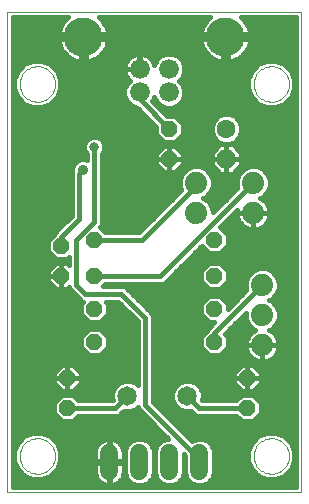
<source format=gbl>
G75*
%MOIN*%
%OFA0B0*%
%FSLAX24Y24*%
%IPPOS*%
%LPD*%
%AMOC8*
5,1,8,0,0,1.08239X$1,22.5*
%
%ADD10C,0.0000*%
%ADD11C,0.0650*%
%ADD12OC8,0.0520*%
%ADD13C,0.0740*%
%ADD14OC8,0.0630*%
%ADD15C,0.0630*%
%ADD16C,0.0600*%
%ADD17C,0.0660*%
%ADD18C,0.1300*%
%ADD19C,0.0160*%
%ADD20C,0.0356*%
%ADD21C,0.0317*%
D10*
X000280Y000280D02*
X000280Y016280D01*
X010080Y016280D01*
X010080Y000280D01*
X000280Y000280D01*
X000689Y001480D02*
X000691Y001528D01*
X000697Y001576D01*
X000707Y001623D01*
X000720Y001669D01*
X000738Y001714D01*
X000758Y001758D01*
X000783Y001800D01*
X000811Y001839D01*
X000841Y001876D01*
X000875Y001910D01*
X000912Y001942D01*
X000950Y001971D01*
X000991Y001996D01*
X001034Y002018D01*
X001079Y002036D01*
X001125Y002050D01*
X001172Y002061D01*
X001220Y002068D01*
X001268Y002071D01*
X001316Y002070D01*
X001364Y002065D01*
X001412Y002056D01*
X001458Y002044D01*
X001503Y002027D01*
X001547Y002007D01*
X001589Y001984D01*
X001629Y001957D01*
X001667Y001927D01*
X001702Y001894D01*
X001734Y001858D01*
X001764Y001820D01*
X001790Y001779D01*
X001812Y001736D01*
X001832Y001692D01*
X001847Y001647D01*
X001859Y001600D01*
X001867Y001552D01*
X001871Y001504D01*
X001871Y001456D01*
X001867Y001408D01*
X001859Y001360D01*
X001847Y001313D01*
X001832Y001268D01*
X001812Y001224D01*
X001790Y001181D01*
X001764Y001140D01*
X001734Y001102D01*
X001702Y001066D01*
X001667Y001033D01*
X001629Y001003D01*
X001589Y000976D01*
X001547Y000953D01*
X001503Y000933D01*
X001458Y000916D01*
X001412Y000904D01*
X001364Y000895D01*
X001316Y000890D01*
X001268Y000889D01*
X001220Y000892D01*
X001172Y000899D01*
X001125Y000910D01*
X001079Y000924D01*
X001034Y000942D01*
X000991Y000964D01*
X000950Y000989D01*
X000912Y001018D01*
X000875Y001050D01*
X000841Y001084D01*
X000811Y001121D01*
X000783Y001160D01*
X000758Y001202D01*
X000738Y001246D01*
X000720Y001291D01*
X000707Y001337D01*
X000697Y001384D01*
X000691Y001432D01*
X000689Y001480D01*
X000689Y013880D02*
X000691Y013928D01*
X000697Y013976D01*
X000707Y014023D01*
X000720Y014069D01*
X000738Y014114D01*
X000758Y014158D01*
X000783Y014200D01*
X000811Y014239D01*
X000841Y014276D01*
X000875Y014310D01*
X000912Y014342D01*
X000950Y014371D01*
X000991Y014396D01*
X001034Y014418D01*
X001079Y014436D01*
X001125Y014450D01*
X001172Y014461D01*
X001220Y014468D01*
X001268Y014471D01*
X001316Y014470D01*
X001364Y014465D01*
X001412Y014456D01*
X001458Y014444D01*
X001503Y014427D01*
X001547Y014407D01*
X001589Y014384D01*
X001629Y014357D01*
X001667Y014327D01*
X001702Y014294D01*
X001734Y014258D01*
X001764Y014220D01*
X001790Y014179D01*
X001812Y014136D01*
X001832Y014092D01*
X001847Y014047D01*
X001859Y014000D01*
X001867Y013952D01*
X001871Y013904D01*
X001871Y013856D01*
X001867Y013808D01*
X001859Y013760D01*
X001847Y013713D01*
X001832Y013668D01*
X001812Y013624D01*
X001790Y013581D01*
X001764Y013540D01*
X001734Y013502D01*
X001702Y013466D01*
X001667Y013433D01*
X001629Y013403D01*
X001589Y013376D01*
X001547Y013353D01*
X001503Y013333D01*
X001458Y013316D01*
X001412Y013304D01*
X001364Y013295D01*
X001316Y013290D01*
X001268Y013289D01*
X001220Y013292D01*
X001172Y013299D01*
X001125Y013310D01*
X001079Y013324D01*
X001034Y013342D01*
X000991Y013364D01*
X000950Y013389D01*
X000912Y013418D01*
X000875Y013450D01*
X000841Y013484D01*
X000811Y013521D01*
X000783Y013560D01*
X000758Y013602D01*
X000738Y013646D01*
X000720Y013691D01*
X000707Y013737D01*
X000697Y013784D01*
X000691Y013832D01*
X000689Y013880D01*
X008489Y013880D02*
X008491Y013928D01*
X008497Y013976D01*
X008507Y014023D01*
X008520Y014069D01*
X008538Y014114D01*
X008558Y014158D01*
X008583Y014200D01*
X008611Y014239D01*
X008641Y014276D01*
X008675Y014310D01*
X008712Y014342D01*
X008750Y014371D01*
X008791Y014396D01*
X008834Y014418D01*
X008879Y014436D01*
X008925Y014450D01*
X008972Y014461D01*
X009020Y014468D01*
X009068Y014471D01*
X009116Y014470D01*
X009164Y014465D01*
X009212Y014456D01*
X009258Y014444D01*
X009303Y014427D01*
X009347Y014407D01*
X009389Y014384D01*
X009429Y014357D01*
X009467Y014327D01*
X009502Y014294D01*
X009534Y014258D01*
X009564Y014220D01*
X009590Y014179D01*
X009612Y014136D01*
X009632Y014092D01*
X009647Y014047D01*
X009659Y014000D01*
X009667Y013952D01*
X009671Y013904D01*
X009671Y013856D01*
X009667Y013808D01*
X009659Y013760D01*
X009647Y013713D01*
X009632Y013668D01*
X009612Y013624D01*
X009590Y013581D01*
X009564Y013540D01*
X009534Y013502D01*
X009502Y013466D01*
X009467Y013433D01*
X009429Y013403D01*
X009389Y013376D01*
X009347Y013353D01*
X009303Y013333D01*
X009258Y013316D01*
X009212Y013304D01*
X009164Y013295D01*
X009116Y013290D01*
X009068Y013289D01*
X009020Y013292D01*
X008972Y013299D01*
X008925Y013310D01*
X008879Y013324D01*
X008834Y013342D01*
X008791Y013364D01*
X008750Y013389D01*
X008712Y013418D01*
X008675Y013450D01*
X008641Y013484D01*
X008611Y013521D01*
X008583Y013560D01*
X008558Y013602D01*
X008538Y013646D01*
X008520Y013691D01*
X008507Y013737D01*
X008497Y013784D01*
X008491Y013832D01*
X008489Y013880D01*
X008489Y001480D02*
X008491Y001528D01*
X008497Y001576D01*
X008507Y001623D01*
X008520Y001669D01*
X008538Y001714D01*
X008558Y001758D01*
X008583Y001800D01*
X008611Y001839D01*
X008641Y001876D01*
X008675Y001910D01*
X008712Y001942D01*
X008750Y001971D01*
X008791Y001996D01*
X008834Y002018D01*
X008879Y002036D01*
X008925Y002050D01*
X008972Y002061D01*
X009020Y002068D01*
X009068Y002071D01*
X009116Y002070D01*
X009164Y002065D01*
X009212Y002056D01*
X009258Y002044D01*
X009303Y002027D01*
X009347Y002007D01*
X009389Y001984D01*
X009429Y001957D01*
X009467Y001927D01*
X009502Y001894D01*
X009534Y001858D01*
X009564Y001820D01*
X009590Y001779D01*
X009612Y001736D01*
X009632Y001692D01*
X009647Y001647D01*
X009659Y001600D01*
X009667Y001552D01*
X009671Y001504D01*
X009671Y001456D01*
X009667Y001408D01*
X009659Y001360D01*
X009647Y001313D01*
X009632Y001268D01*
X009612Y001224D01*
X009590Y001181D01*
X009564Y001140D01*
X009534Y001102D01*
X009502Y001066D01*
X009467Y001033D01*
X009429Y001003D01*
X009389Y000976D01*
X009347Y000953D01*
X009303Y000933D01*
X009258Y000916D01*
X009212Y000904D01*
X009164Y000895D01*
X009116Y000890D01*
X009068Y000889D01*
X009020Y000892D01*
X008972Y000899D01*
X008925Y000910D01*
X008879Y000924D01*
X008834Y000942D01*
X008791Y000964D01*
X008750Y000989D01*
X008712Y001018D01*
X008675Y001050D01*
X008641Y001084D01*
X008611Y001121D01*
X008583Y001160D01*
X008558Y001202D01*
X008538Y001246D01*
X008520Y001291D01*
X008507Y001337D01*
X008497Y001384D01*
X008491Y001432D01*
X008489Y001480D01*
D11*
X006280Y003480D03*
X004280Y003480D03*
D12*
X003180Y005280D03*
X003180Y006380D03*
X003180Y007480D03*
X003180Y008680D03*
X002080Y008480D03*
X002080Y007480D03*
X002280Y004080D03*
X002280Y003080D03*
X005680Y011380D03*
X005680Y012380D03*
X007180Y008680D03*
X007180Y007480D03*
X007180Y006380D03*
X007180Y005280D03*
X008280Y004080D03*
X008280Y003080D03*
D13*
X008780Y005180D03*
X008780Y006180D03*
X008780Y007180D03*
X008480Y009580D03*
X008480Y010580D03*
X006580Y010580D03*
X006580Y009580D03*
D14*
X007580Y011380D03*
D15*
X007580Y012380D03*
D16*
X006680Y001580D02*
X006680Y000980D01*
X005680Y000980D02*
X005680Y001580D01*
X004680Y001580D02*
X004680Y000980D01*
X003680Y000980D02*
X003680Y001580D01*
D17*
X004688Y013600D03*
X004688Y014380D03*
X005672Y014380D03*
X005672Y013600D03*
D18*
X007550Y015450D03*
X002810Y015450D03*
D19*
X002890Y015412D02*
X007470Y015412D01*
X007470Y015370D02*
X006723Y015370D01*
X006734Y015288D01*
X006762Y015183D01*
X006804Y015082D01*
X006858Y014988D01*
X006925Y014902D01*
X007002Y014825D01*
X007088Y014758D01*
X007182Y014704D01*
X007283Y014662D01*
X007388Y014634D01*
X007470Y014623D01*
X007470Y015370D01*
X007470Y015530D01*
X006723Y015530D01*
X006734Y015612D01*
X006762Y015717D01*
X006804Y015818D01*
X006858Y015912D01*
X006925Y015998D01*
X007002Y016075D01*
X007034Y016100D01*
X003326Y016100D01*
X003358Y016075D01*
X003435Y015998D01*
X003502Y015912D01*
X003556Y015818D01*
X003598Y015717D01*
X003626Y015612D01*
X003637Y015530D01*
X002890Y015530D01*
X002890Y015370D01*
X003637Y015370D01*
X003626Y015288D01*
X003598Y015183D01*
X003556Y015082D01*
X003502Y014988D01*
X003435Y014902D01*
X003358Y014825D01*
X003272Y014758D01*
X003178Y014704D01*
X003077Y014662D01*
X002972Y014634D01*
X002890Y014623D01*
X002890Y015370D01*
X002730Y015370D01*
X002730Y014623D01*
X002648Y014634D01*
X002543Y014662D01*
X002442Y014704D01*
X002348Y014758D01*
X002262Y014825D01*
X002185Y014902D01*
X002118Y014988D01*
X002064Y015082D01*
X002022Y015183D01*
X001994Y015288D01*
X001983Y015370D01*
X002730Y015370D01*
X002730Y015530D01*
X001983Y015530D01*
X001994Y015612D01*
X002022Y015717D01*
X002064Y015818D01*
X002118Y015912D01*
X002185Y015998D01*
X002262Y016075D01*
X002294Y016100D01*
X000460Y016100D01*
X000460Y000460D01*
X009900Y000460D01*
X009900Y016100D01*
X008066Y016100D01*
X008098Y016075D01*
X008175Y015998D01*
X008242Y015912D01*
X008296Y015818D01*
X008338Y015717D01*
X008366Y015612D01*
X008377Y015530D01*
X007630Y015530D01*
X007630Y015370D01*
X008377Y015370D01*
X008366Y015288D01*
X008338Y015183D01*
X008296Y015082D01*
X008242Y014988D01*
X008175Y014902D01*
X008098Y014825D01*
X008012Y014758D01*
X007918Y014704D01*
X007817Y014662D01*
X007712Y014634D01*
X007630Y014623D01*
X007630Y015370D01*
X007470Y015370D01*
X007470Y015253D02*
X007630Y015253D01*
X007630Y015095D02*
X007470Y015095D01*
X007470Y014936D02*
X007630Y014936D01*
X007630Y014778D02*
X007470Y014778D01*
X007630Y015412D02*
X009900Y015412D01*
X009900Y015570D02*
X008371Y015570D01*
X008333Y015729D02*
X009900Y015729D01*
X009900Y015887D02*
X008256Y015887D01*
X008128Y016046D02*
X009900Y016046D01*
X009900Y015253D02*
X008357Y015253D01*
X008301Y015095D02*
X009900Y015095D01*
X009900Y014936D02*
X008202Y014936D01*
X008037Y014778D02*
X009900Y014778D01*
X009900Y014619D02*
X009309Y014619D01*
X009233Y014651D02*
X008927Y014651D01*
X008644Y014533D01*
X008427Y014316D01*
X008309Y014033D01*
X008309Y013727D01*
X008427Y013444D01*
X008644Y013227D01*
X008927Y013109D01*
X009233Y013109D01*
X009516Y013227D01*
X009733Y013444D01*
X009851Y013727D01*
X009851Y014033D01*
X009733Y014316D01*
X009516Y014533D01*
X009233Y014651D01*
X009589Y014461D02*
X009900Y014461D01*
X009900Y014302D02*
X009739Y014302D01*
X009805Y014144D02*
X009900Y014144D01*
X009900Y013985D02*
X009851Y013985D01*
X009851Y013827D02*
X009900Y013827D01*
X009900Y013668D02*
X009826Y013668D01*
X009761Y013510D02*
X009900Y013510D01*
X009900Y013351D02*
X009641Y013351D01*
X009434Y013193D02*
X009900Y013193D01*
X009900Y013034D02*
X005394Y013034D01*
X005383Y013168D02*
X005571Y013090D01*
X005774Y013090D01*
X005961Y013168D01*
X006104Y013311D01*
X006182Y013499D01*
X006182Y013701D01*
X006104Y013889D01*
X006003Y013990D01*
X006104Y014091D01*
X006182Y014279D01*
X006182Y014481D01*
X006104Y014669D01*
X005961Y014812D01*
X005774Y014890D01*
X005571Y014890D01*
X005383Y014812D01*
X005240Y014669D01*
X005178Y014521D01*
X005161Y014576D01*
X005124Y014647D01*
X005077Y014712D01*
X005020Y014769D01*
X004955Y014816D01*
X004884Y014853D01*
X004807Y014877D01*
X004728Y014890D01*
X004698Y014890D01*
X004698Y014390D01*
X004678Y014390D01*
X004678Y014890D01*
X004648Y014890D01*
X004568Y014877D01*
X004492Y014853D01*
X004421Y014816D01*
X004356Y014769D01*
X004299Y014712D01*
X004252Y014647D01*
X004215Y014576D01*
X004190Y014499D01*
X004178Y014420D01*
X004178Y014390D01*
X004678Y014390D01*
X004678Y014370D01*
X004178Y014370D01*
X004178Y014340D01*
X004190Y014261D01*
X004215Y014184D01*
X004252Y014113D01*
X004299Y014048D01*
X004356Y013991D01*
X004357Y013990D01*
X004256Y013889D01*
X004178Y013701D01*
X004178Y013499D01*
X004256Y013311D01*
X004399Y013168D01*
X004586Y013090D01*
X004602Y013090D01*
X005240Y012452D01*
X005240Y012198D01*
X005498Y011940D01*
X005862Y011940D01*
X006120Y012198D01*
X006120Y012562D01*
X005862Y012820D01*
X005608Y012820D01*
X005118Y013309D01*
X005120Y013311D01*
X005180Y013455D01*
X005240Y013311D01*
X005383Y013168D01*
X005358Y013193D02*
X005235Y013193D01*
X005223Y013351D02*
X005137Y013351D01*
X004817Y012876D02*
X000460Y012876D01*
X000460Y013034D02*
X004658Y013034D01*
X004688Y013372D02*
X005680Y012380D01*
X005355Y012083D02*
X003333Y012083D01*
X003372Y012067D02*
X003247Y012118D01*
X003113Y012118D01*
X002988Y012067D01*
X002893Y011972D01*
X002842Y011847D01*
X002842Y011713D01*
X002893Y011588D01*
X002920Y011561D01*
X002920Y011349D01*
X002879Y011366D01*
X002737Y011366D01*
X002605Y011312D01*
X002504Y011211D01*
X002450Y011079D01*
X002450Y011004D01*
X002420Y010932D01*
X002420Y009488D01*
X002033Y009100D01*
X001933Y009000D01*
X001860Y008927D01*
X001827Y008850D01*
X001640Y008662D01*
X001640Y008298D01*
X001898Y008040D01*
X002262Y008040D01*
X002320Y008098D01*
X002320Y007862D01*
X002262Y007920D01*
X002080Y007920D01*
X002080Y007480D01*
X002080Y007480D01*
X002080Y007040D01*
X002262Y007040D01*
X002329Y007107D01*
X002360Y007033D01*
X002660Y006733D01*
X002733Y006660D01*
X002807Y006629D01*
X002740Y006562D01*
X002740Y006198D01*
X002998Y005940D01*
X003362Y005940D01*
X003620Y006198D01*
X003620Y006562D01*
X003562Y006620D01*
X003972Y006620D01*
X004620Y005972D01*
X004620Y003854D01*
X004566Y003908D01*
X004380Y003985D01*
X004180Y003985D01*
X003994Y003908D01*
X003852Y003766D01*
X003775Y003580D01*
X003775Y003380D01*
X003786Y003353D01*
X003772Y003340D01*
X002642Y003340D01*
X002462Y003520D01*
X002098Y003520D01*
X001840Y003262D01*
X001840Y002898D01*
X002098Y002640D01*
X002462Y002640D01*
X002642Y002820D01*
X003932Y002820D01*
X004027Y002860D01*
X004100Y002933D01*
X004153Y002986D01*
X004180Y002975D01*
X004380Y002975D01*
X004566Y003052D01*
X004627Y003112D01*
X004660Y003033D01*
X005632Y002060D01*
X005585Y002060D01*
X005408Y001987D01*
X005273Y001852D01*
X005200Y001675D01*
X005200Y000885D01*
X005273Y000708D01*
X005408Y000573D01*
X005585Y000500D01*
X005775Y000500D01*
X005952Y000573D01*
X006087Y000708D01*
X006160Y000885D01*
X006160Y001532D01*
X006200Y001492D01*
X006200Y000885D01*
X006273Y000708D01*
X006408Y000573D01*
X006585Y000500D01*
X006775Y000500D01*
X006952Y000573D01*
X007087Y000708D01*
X007160Y000885D01*
X007160Y001675D01*
X007087Y001852D01*
X006952Y001987D01*
X006775Y002060D01*
X006585Y002060D01*
X006431Y001996D01*
X005140Y003288D01*
X005140Y006132D01*
X005100Y006227D01*
X005027Y006300D01*
X004227Y007100D01*
X004132Y007140D01*
X003462Y007140D01*
X003542Y007220D01*
X005432Y007220D01*
X005527Y007260D01*
X006753Y008485D01*
X006998Y008240D01*
X007362Y008240D01*
X007620Y008498D01*
X007620Y008862D01*
X007375Y009107D01*
X007937Y009670D01*
X007930Y009623D01*
X007930Y009580D01*
X008480Y009580D01*
X009030Y009580D01*
X009030Y009623D01*
X009016Y009709D01*
X008990Y009791D01*
X008950Y009868D01*
X008900Y009938D01*
X008838Y010000D01*
X008768Y010050D01*
X008710Y010080D01*
X008792Y010114D01*
X008946Y010268D01*
X009030Y010471D01*
X009030Y010689D01*
X008946Y010892D01*
X008792Y011046D01*
X008589Y011130D01*
X008371Y011130D01*
X008168Y011046D01*
X008014Y010892D01*
X007930Y010689D01*
X007930Y010471D01*
X007951Y010419D01*
X007130Y009598D01*
X007130Y009623D01*
X007116Y009709D01*
X007090Y009791D01*
X007050Y009868D01*
X007000Y009938D01*
X006938Y010000D01*
X006868Y010050D01*
X006810Y010080D01*
X006892Y010114D01*
X007046Y010268D01*
X007130Y010471D01*
X007130Y010689D01*
X007046Y010892D01*
X006892Y011046D01*
X006689Y011130D01*
X006471Y011130D01*
X006268Y011046D01*
X006114Y010892D01*
X006030Y010689D01*
X006030Y010471D01*
X006081Y010348D01*
X004672Y008940D01*
X003542Y008940D01*
X003375Y009107D01*
X003400Y009133D01*
X003440Y009228D01*
X003440Y011561D01*
X003467Y011588D01*
X003518Y011713D01*
X003518Y011847D01*
X003467Y011972D01*
X003372Y012067D01*
X003486Y011925D02*
X007386Y011925D01*
X007375Y011875D02*
X007085Y011585D01*
X007085Y011380D01*
X007580Y011380D01*
X007580Y011380D01*
X007580Y011875D01*
X007785Y011875D01*
X008075Y011585D01*
X008075Y011380D01*
X007580Y011380D01*
X007580Y011380D01*
X007580Y011380D01*
X007580Y011875D01*
X007375Y011875D01*
X007482Y011885D02*
X007300Y011960D01*
X007160Y012100D01*
X007085Y012282D01*
X007085Y012478D01*
X007160Y012660D01*
X007300Y012800D01*
X007482Y012875D01*
X007678Y012875D01*
X007860Y012800D01*
X008000Y012660D01*
X008075Y012478D01*
X008075Y012282D01*
X008000Y012100D01*
X007860Y011960D01*
X007678Y011885D01*
X007482Y011885D01*
X007580Y011766D02*
X007580Y011766D01*
X007580Y011608D02*
X007580Y011608D01*
X007580Y011449D02*
X007580Y011449D01*
X007580Y011380D02*
X007085Y011380D01*
X007085Y011175D01*
X007375Y010885D01*
X007580Y010885D01*
X007785Y010885D01*
X008075Y011175D01*
X008075Y011380D01*
X007580Y011380D01*
X007580Y010885D01*
X007580Y011380D01*
X007580Y011380D01*
X007580Y011291D02*
X007580Y011291D01*
X007580Y011132D02*
X007580Y011132D01*
X007580Y010974D02*
X007580Y010974D01*
X007874Y010974D02*
X008096Y010974D01*
X008032Y011132D02*
X009900Y011132D01*
X009900Y010974D02*
X008864Y010974D01*
X008978Y010815D02*
X009900Y010815D01*
X009900Y010657D02*
X009030Y010657D01*
X009030Y010498D02*
X009900Y010498D01*
X009900Y010340D02*
X008976Y010340D01*
X008859Y010181D02*
X009900Y010181D01*
X009900Y010023D02*
X008807Y010023D01*
X008953Y009864D02*
X009900Y009864D01*
X009900Y009706D02*
X009017Y009706D01*
X009030Y009580D02*
X008480Y009580D01*
X008480Y009580D01*
X008480Y009030D01*
X008523Y009030D01*
X008609Y009044D01*
X008691Y009070D01*
X008768Y009110D01*
X008838Y009160D01*
X008900Y009222D01*
X008950Y009292D01*
X008990Y009369D01*
X009016Y009451D01*
X009030Y009537D01*
X009030Y009580D01*
X009030Y009547D02*
X009900Y009547D01*
X009900Y009389D02*
X008996Y009389D01*
X008906Y009230D02*
X009900Y009230D01*
X009900Y009072D02*
X008694Y009072D01*
X008480Y009072D02*
X008480Y009072D01*
X008480Y009030D02*
X008480Y009580D01*
X008480Y009580D01*
X008480Y009580D01*
X007930Y009580D01*
X007930Y009537D01*
X007944Y009451D01*
X007970Y009369D01*
X008010Y009292D01*
X008060Y009222D01*
X008122Y009160D01*
X008192Y009110D01*
X008269Y009070D01*
X008351Y009044D01*
X008437Y009030D01*
X008480Y009030D01*
X008480Y009230D02*
X008480Y009230D01*
X008480Y009389D02*
X008480Y009389D01*
X008480Y009547D02*
X008480Y009547D01*
X008266Y009072D02*
X007411Y009072D01*
X007498Y009230D02*
X008054Y009230D01*
X007964Y009389D02*
X007656Y009389D01*
X007815Y009547D02*
X007930Y009547D01*
X007713Y010181D02*
X006959Y010181D01*
X006907Y010023D02*
X007555Y010023D01*
X007396Y009864D02*
X007053Y009864D01*
X007117Y009706D02*
X007238Y009706D01*
X007076Y010340D02*
X007872Y010340D01*
X007930Y010498D02*
X007130Y010498D01*
X007130Y010657D02*
X007930Y010657D01*
X007982Y010815D02*
X007078Y010815D01*
X006964Y010974D02*
X007286Y010974D01*
X007128Y011132D02*
X006054Y011132D01*
X006120Y011198D02*
X006120Y011380D01*
X006120Y011562D01*
X005862Y011820D01*
X005680Y011820D01*
X005680Y011380D01*
X005680Y011380D01*
X006120Y011380D01*
X005680Y011380D01*
X005680Y011380D01*
X005680Y011380D01*
X005240Y011380D01*
X005240Y011562D01*
X005498Y011820D01*
X005680Y011820D01*
X005680Y011380D01*
X005680Y010940D01*
X005862Y010940D01*
X006120Y011198D01*
X006120Y011291D02*
X007085Y011291D01*
X007085Y011449D02*
X006120Y011449D01*
X006075Y011608D02*
X007107Y011608D01*
X007266Y011766D02*
X005916Y011766D01*
X006005Y012083D02*
X007177Y012083D01*
X007102Y012242D02*
X006120Y012242D01*
X006120Y012400D02*
X007085Y012400D01*
X007118Y012559D02*
X006120Y012559D01*
X005965Y012717D02*
X007217Y012717D01*
X007774Y011925D02*
X009900Y011925D01*
X009900Y012083D02*
X007983Y012083D01*
X008058Y012242D02*
X009900Y012242D01*
X009900Y012400D02*
X008075Y012400D01*
X008042Y012559D02*
X009900Y012559D01*
X009900Y012717D02*
X007943Y012717D01*
X008399Y013510D02*
X006182Y013510D01*
X006182Y013668D02*
X008334Y013668D01*
X008309Y013827D02*
X006130Y013827D01*
X006126Y014144D02*
X008355Y014144D01*
X008309Y013985D02*
X006008Y013985D01*
X006182Y014302D02*
X008421Y014302D01*
X008571Y014461D02*
X006182Y014461D01*
X006125Y014619D02*
X008851Y014619D01*
X008519Y013351D02*
X006121Y013351D01*
X005986Y013193D02*
X008726Y013193D01*
X007894Y011766D02*
X009900Y011766D01*
X009900Y011608D02*
X008053Y011608D01*
X008075Y011449D02*
X009900Y011449D01*
X009900Y011291D02*
X008075Y011291D01*
X008480Y010580D02*
X005380Y007480D01*
X003180Y007480D01*
X003492Y007170D02*
X006868Y007170D01*
X006740Y007298D02*
X006998Y007040D01*
X007362Y007040D01*
X007620Y007298D01*
X007620Y007662D01*
X007362Y007920D01*
X006998Y007920D01*
X006740Y007662D01*
X006740Y007298D01*
X006740Y007328D02*
X005596Y007328D01*
X005754Y007487D02*
X006740Y007487D01*
X006740Y007645D02*
X005913Y007645D01*
X006071Y007804D02*
X006881Y007804D01*
X006959Y008279D02*
X006547Y008279D01*
X006705Y008438D02*
X006800Y008438D01*
X006388Y008121D02*
X009900Y008121D01*
X009900Y008279D02*
X007401Y008279D01*
X007560Y008438D02*
X009900Y008438D01*
X009900Y008596D02*
X007620Y008596D01*
X007620Y008755D02*
X009900Y008755D01*
X009900Y008913D02*
X007569Y008913D01*
X007479Y007804D02*
X009900Y007804D01*
X009900Y007962D02*
X006230Y007962D01*
X006872Y006694D02*
X004634Y006694D01*
X004475Y006853D02*
X008085Y006853D01*
X008243Y007011D02*
X004317Y007011D01*
X004080Y006880D02*
X004880Y006080D01*
X004880Y003180D01*
X006680Y001380D01*
X006680Y001280D01*
X007000Y001939D02*
X008449Y001939D01*
X008427Y001916D02*
X008309Y001633D01*
X008309Y001327D01*
X008427Y001044D01*
X008644Y000827D01*
X008927Y000709D01*
X009233Y000709D01*
X009516Y000827D01*
X009733Y001044D01*
X009851Y001327D01*
X009851Y001633D01*
X009733Y001916D01*
X009516Y002133D01*
X009233Y002251D01*
X008927Y002251D01*
X008644Y002133D01*
X008427Y001916D01*
X008370Y001781D02*
X007116Y001781D01*
X007160Y001622D02*
X008309Y001622D01*
X008309Y001464D02*
X007160Y001464D01*
X007160Y001305D02*
X008318Y001305D01*
X008384Y001147D02*
X007160Y001147D01*
X007160Y000988D02*
X008482Y000988D01*
X008641Y000830D02*
X007137Y000830D01*
X007050Y000671D02*
X009900Y000671D01*
X009900Y000513D02*
X006806Y000513D01*
X006554Y000513D02*
X005806Y000513D01*
X006050Y000671D02*
X006310Y000671D01*
X006223Y000830D02*
X006137Y000830D01*
X006160Y000988D02*
X006200Y000988D01*
X006200Y001147D02*
X006160Y001147D01*
X006160Y001305D02*
X006200Y001305D01*
X006200Y001464D02*
X006160Y001464D01*
X006330Y002098D02*
X008608Y002098D01*
X008462Y002640D02*
X008720Y002898D01*
X008720Y003262D01*
X008462Y003520D01*
X008098Y003520D01*
X007918Y003340D01*
X006788Y003340D01*
X006774Y003353D01*
X006785Y003380D01*
X006785Y003580D01*
X006708Y003766D01*
X006566Y003908D01*
X006380Y003985D01*
X006180Y003985D01*
X005994Y003908D01*
X005852Y003766D01*
X005775Y003580D01*
X005775Y003380D01*
X005852Y003194D01*
X005994Y003052D01*
X006180Y002975D01*
X006380Y002975D01*
X006407Y002986D01*
X006533Y002860D01*
X006628Y002820D01*
X007918Y002820D01*
X008098Y002640D01*
X008462Y002640D01*
X008554Y002732D02*
X009900Y002732D01*
X009900Y002890D02*
X008712Y002890D01*
X008720Y003049D02*
X009900Y003049D01*
X009900Y003207D02*
X008720Y003207D01*
X008617Y003366D02*
X009900Y003366D01*
X009900Y003524D02*
X006785Y003524D01*
X006779Y003366D02*
X007943Y003366D01*
X008055Y003683D02*
X006743Y003683D01*
X006633Y003841D02*
X007897Y003841D01*
X007840Y003898D02*
X008098Y003640D01*
X008280Y003640D01*
X008462Y003640D01*
X008720Y003898D01*
X008720Y004080D01*
X008720Y004262D01*
X008462Y004520D01*
X008280Y004520D01*
X008280Y004080D01*
X008280Y004080D01*
X008720Y004080D01*
X008280Y004080D01*
X008280Y004080D01*
X008280Y004080D01*
X007840Y004080D01*
X007840Y004262D01*
X008098Y004520D01*
X008280Y004520D01*
X008280Y004080D01*
X008280Y003640D01*
X008280Y004080D01*
X008280Y004080D01*
X007840Y004080D01*
X007840Y003898D01*
X007840Y004000D02*
X005140Y004000D01*
X005140Y004158D02*
X007840Y004158D01*
X007894Y004317D02*
X005140Y004317D01*
X005140Y004475D02*
X008053Y004475D01*
X008280Y004475D02*
X008280Y004475D01*
X008280Y004317D02*
X008280Y004317D01*
X008280Y004158D02*
X008280Y004158D01*
X008280Y004000D02*
X008280Y004000D01*
X008280Y003841D02*
X008280Y003841D01*
X008280Y003683D02*
X008280Y003683D01*
X008505Y003683D02*
X009900Y003683D01*
X009900Y003841D02*
X008663Y003841D01*
X008720Y004000D02*
X009900Y004000D01*
X009900Y004158D02*
X008720Y004158D01*
X008666Y004317D02*
X009900Y004317D01*
X009900Y004475D02*
X008507Y004475D01*
X008569Y004670D02*
X008492Y004710D01*
X008422Y004760D01*
X008360Y004822D01*
X008310Y004892D01*
X008270Y004969D01*
X008244Y005051D01*
X008230Y005137D01*
X008230Y005180D01*
X008780Y005180D01*
X009330Y005180D01*
X009330Y005223D01*
X009316Y005309D01*
X009290Y005391D01*
X009250Y005468D01*
X009200Y005538D01*
X009138Y005600D01*
X009068Y005650D01*
X009010Y005680D01*
X009092Y005714D01*
X009246Y005868D01*
X009330Y006071D01*
X009330Y006289D01*
X009246Y006492D01*
X009092Y006646D01*
X009010Y006680D01*
X009092Y006714D01*
X009246Y006868D01*
X009330Y007071D01*
X009330Y007289D01*
X009246Y007492D01*
X009092Y007646D01*
X008889Y007730D01*
X008671Y007730D01*
X008468Y007646D01*
X008314Y007492D01*
X008230Y007289D01*
X008230Y007071D01*
X008251Y007019D01*
X007620Y006388D01*
X007620Y006562D01*
X007362Y006820D01*
X006998Y006820D01*
X006740Y006562D01*
X006740Y006198D01*
X006998Y005940D01*
X007172Y005940D01*
X006960Y005727D01*
X006927Y005650D01*
X006740Y005462D01*
X006740Y005098D01*
X006998Y004840D01*
X007362Y004840D01*
X007620Y005098D01*
X007620Y005462D01*
X007525Y005557D01*
X008230Y006262D01*
X008230Y006071D01*
X008314Y005868D01*
X008468Y005714D01*
X008550Y005680D01*
X008492Y005650D01*
X008422Y005600D01*
X008360Y005538D01*
X008310Y005468D01*
X008270Y005391D01*
X008244Y005309D01*
X008230Y005223D01*
X008230Y005180D01*
X008780Y005180D01*
X008780Y005180D01*
X008780Y005180D01*
X009330Y005180D01*
X009330Y005137D01*
X009316Y005051D01*
X009290Y004969D01*
X009250Y004892D01*
X009200Y004822D01*
X009138Y004760D01*
X009068Y004710D01*
X008991Y004670D01*
X008909Y004644D01*
X008823Y004630D01*
X008780Y004630D01*
X008780Y005180D01*
X008780Y005180D01*
X008780Y004630D01*
X008737Y004630D01*
X008651Y004644D01*
X008569Y004670D01*
X008715Y004634D02*
X005140Y004634D01*
X005140Y004792D02*
X008390Y004792D01*
X008280Y004951D02*
X007473Y004951D01*
X007620Y005109D02*
X008234Y005109D01*
X008237Y005268D02*
X007620Y005268D01*
X007620Y005426D02*
X008288Y005426D01*
X008407Y005585D02*
X007552Y005585D01*
X007711Y005743D02*
X008439Y005743D01*
X008300Y005902D02*
X007869Y005902D01*
X008028Y006060D02*
X008234Y006060D01*
X008230Y006219D02*
X008186Y006219D01*
X007926Y006694D02*
X007488Y006694D01*
X007620Y006536D02*
X007768Y006536D01*
X007492Y007170D02*
X008230Y007170D01*
X008246Y007328D02*
X007620Y007328D01*
X007620Y007487D02*
X008312Y007487D01*
X008467Y007645D02*
X007620Y007645D01*
X006740Y006536D02*
X004792Y006536D01*
X004951Y006377D02*
X006740Y006377D01*
X006740Y006219D02*
X005104Y006219D01*
X005140Y006060D02*
X006878Y006060D01*
X007134Y005902D02*
X005140Y005902D01*
X005140Y005743D02*
X006975Y005743D01*
X006862Y005585D02*
X005140Y005585D01*
X005140Y005426D02*
X006740Y005426D01*
X006740Y005268D02*
X005140Y005268D01*
X005140Y005109D02*
X006740Y005109D01*
X006887Y004951D02*
X005140Y004951D01*
X004620Y004951D02*
X003473Y004951D01*
X003362Y004840D02*
X003620Y005098D01*
X003620Y005462D01*
X003362Y005720D01*
X002998Y005720D01*
X002740Y005462D01*
X002740Y005098D01*
X002998Y004840D01*
X003362Y004840D01*
X003620Y005109D02*
X004620Y005109D01*
X004620Y005268D02*
X003620Y005268D01*
X003620Y005426D02*
X004620Y005426D01*
X004620Y005585D02*
X003498Y005585D01*
X003482Y006060D02*
X004532Y006060D01*
X004620Y005902D02*
X000460Y005902D01*
X000460Y006060D02*
X002878Y006060D01*
X002740Y006219D02*
X000460Y006219D01*
X000460Y006377D02*
X002740Y006377D01*
X002740Y006536D02*
X000460Y006536D01*
X000460Y006694D02*
X002698Y006694D01*
X002880Y006880D02*
X004080Y006880D01*
X004057Y006536D02*
X003620Y006536D01*
X003620Y006377D02*
X004215Y006377D01*
X004374Y006219D02*
X003620Y006219D01*
X002862Y005585D02*
X000460Y005585D01*
X000460Y005743D02*
X004620Y005743D01*
X004620Y004792D02*
X000460Y004792D01*
X000460Y004634D02*
X004620Y004634D01*
X004620Y004475D02*
X002507Y004475D01*
X002462Y004520D02*
X002280Y004520D01*
X002280Y004080D01*
X002280Y004080D01*
X002720Y004080D01*
X002720Y004262D01*
X002462Y004520D01*
X002280Y004520D02*
X002098Y004520D01*
X001840Y004262D01*
X001840Y004080D01*
X002280Y004080D01*
X002280Y004080D01*
X002280Y004080D01*
X002280Y004520D01*
X002280Y004475D02*
X002280Y004475D01*
X002280Y004317D02*
X002280Y004317D01*
X002280Y004158D02*
X002280Y004158D01*
X002280Y004080D02*
X001840Y004080D01*
X001840Y003898D01*
X002098Y003640D01*
X002280Y003640D01*
X002462Y003640D01*
X002720Y003898D01*
X002720Y004080D01*
X002280Y004080D01*
X002280Y003640D01*
X002280Y004080D01*
X002280Y004080D01*
X002280Y004000D02*
X002280Y004000D01*
X002280Y003841D02*
X002280Y003841D01*
X002280Y003683D02*
X002280Y003683D01*
X002505Y003683D02*
X003817Y003683D01*
X003775Y003524D02*
X000460Y003524D01*
X000460Y003366D02*
X001943Y003366D01*
X001840Y003207D02*
X000460Y003207D01*
X000460Y003049D02*
X001840Y003049D01*
X001848Y002890D02*
X000460Y002890D01*
X000460Y002732D02*
X002006Y002732D01*
X002280Y003080D02*
X003880Y003080D01*
X004280Y003480D01*
X004558Y003049D02*
X004653Y003049D01*
X004802Y002890D02*
X004058Y002890D01*
X003781Y003366D02*
X002617Y003366D01*
X002663Y003841D02*
X003927Y003841D01*
X004620Y004000D02*
X002720Y004000D01*
X002720Y004158D02*
X004620Y004158D01*
X004620Y004317D02*
X002666Y004317D01*
X002887Y004951D02*
X000460Y004951D01*
X000460Y005109D02*
X002740Y005109D01*
X002740Y005268D02*
X000460Y005268D01*
X000460Y005426D02*
X002740Y005426D01*
X002053Y004475D02*
X000460Y004475D01*
X000460Y004317D02*
X001894Y004317D01*
X001840Y004158D02*
X000460Y004158D01*
X000460Y004000D02*
X001840Y004000D01*
X001897Y003841D02*
X000460Y003841D01*
X000460Y003683D02*
X002055Y003683D01*
X002554Y002732D02*
X004961Y002732D01*
X005119Y002573D02*
X000460Y002573D01*
X000460Y002415D02*
X005278Y002415D01*
X005436Y002256D02*
X000460Y002256D01*
X000460Y002098D02*
X000808Y002098D01*
X000844Y002133D02*
X000627Y001916D01*
X000509Y001633D01*
X000509Y001327D01*
X000627Y001044D01*
X000844Y000827D01*
X001127Y000709D01*
X001433Y000709D01*
X001716Y000827D01*
X001933Y001044D01*
X002051Y001327D01*
X002051Y001633D01*
X001933Y001916D01*
X001716Y002133D01*
X001433Y002251D01*
X001127Y002251D01*
X000844Y002133D01*
X000649Y001939D02*
X000460Y001939D01*
X000460Y001781D02*
X000570Y001781D01*
X000509Y001622D02*
X000460Y001622D01*
X000460Y001464D02*
X000509Y001464D01*
X000518Y001305D02*
X000460Y001305D01*
X000460Y001147D02*
X000584Y001147D01*
X000682Y000988D02*
X000460Y000988D01*
X000460Y000830D02*
X000841Y000830D01*
X000460Y000671D02*
X003311Y000671D01*
X003314Y000667D02*
X003367Y000614D01*
X003428Y000569D01*
X003496Y000535D01*
X003568Y000512D01*
X003642Y000500D01*
X003660Y000500D01*
X003660Y001260D01*
X003700Y001260D01*
X003700Y001300D01*
X004160Y001300D01*
X004160Y001618D01*
X004148Y001692D01*
X004125Y001764D01*
X004091Y001832D01*
X004046Y001893D01*
X003993Y001946D01*
X003932Y001991D01*
X003864Y002025D01*
X003792Y002048D01*
X003718Y002060D01*
X003700Y002060D01*
X003700Y001300D01*
X003660Y001300D01*
X003660Y002060D01*
X003642Y002060D01*
X003568Y002048D01*
X003496Y002025D01*
X003428Y001991D01*
X003367Y001946D01*
X003314Y001893D01*
X003269Y001832D01*
X003235Y001764D01*
X003212Y001692D01*
X003200Y001618D01*
X003200Y001300D01*
X003660Y001300D01*
X003660Y001260D01*
X003200Y001260D01*
X003200Y000942D01*
X003212Y000868D01*
X003235Y000796D01*
X003269Y000728D01*
X003314Y000667D01*
X003224Y000830D02*
X001719Y000830D01*
X001878Y000988D02*
X003200Y000988D01*
X003200Y001147D02*
X001976Y001147D01*
X002042Y001305D02*
X003200Y001305D01*
X003200Y001464D02*
X002051Y001464D01*
X002051Y001622D02*
X003201Y001622D01*
X003243Y001781D02*
X001990Y001781D01*
X001911Y001939D02*
X003360Y001939D01*
X003660Y001939D02*
X003700Y001939D01*
X003700Y001781D02*
X003660Y001781D01*
X003660Y001622D02*
X003700Y001622D01*
X003700Y001464D02*
X003660Y001464D01*
X003660Y001305D02*
X003700Y001305D01*
X003700Y001260D02*
X004160Y001260D01*
X004160Y000942D01*
X004148Y000868D01*
X004125Y000796D01*
X004091Y000728D01*
X004046Y000667D01*
X003993Y000614D01*
X003932Y000569D01*
X003864Y000535D01*
X003792Y000512D01*
X003718Y000500D01*
X003700Y000500D01*
X003700Y001260D01*
X003700Y001147D02*
X003660Y001147D01*
X003660Y000988D02*
X003700Y000988D01*
X003700Y000830D02*
X003660Y000830D01*
X003660Y000671D02*
X003700Y000671D01*
X003700Y000513D02*
X003660Y000513D01*
X003565Y000513D02*
X000460Y000513D01*
X001752Y002098D02*
X005595Y002098D01*
X005360Y001939D02*
X005000Y001939D01*
X004952Y001987D02*
X004775Y002060D01*
X004585Y002060D01*
X004408Y001987D01*
X004273Y001852D01*
X004200Y001675D01*
X004200Y000885D01*
X004273Y000708D01*
X004408Y000573D01*
X004585Y000500D01*
X004775Y000500D01*
X004952Y000573D01*
X005087Y000708D01*
X005160Y000885D01*
X005160Y001675D01*
X005087Y001852D01*
X004952Y001987D01*
X005116Y001781D02*
X005244Y001781D01*
X005200Y001622D02*
X005160Y001622D01*
X005160Y001464D02*
X005200Y001464D01*
X005200Y001305D02*
X005160Y001305D01*
X005160Y001147D02*
X005200Y001147D01*
X005200Y000988D02*
X005160Y000988D01*
X005137Y000830D02*
X005223Y000830D01*
X005310Y000671D02*
X005050Y000671D01*
X004806Y000513D02*
X005554Y000513D01*
X006172Y002256D02*
X009900Y002256D01*
X009900Y002098D02*
X009552Y002098D01*
X009711Y001939D02*
X009900Y001939D01*
X009900Y001781D02*
X009790Y001781D01*
X009851Y001622D02*
X009900Y001622D01*
X009900Y001464D02*
X009851Y001464D01*
X009842Y001305D02*
X009900Y001305D01*
X009900Y001147D02*
X009776Y001147D01*
X009678Y000988D02*
X009900Y000988D01*
X009900Y000830D02*
X009519Y000830D01*
X009900Y002415D02*
X006013Y002415D01*
X005855Y002573D02*
X009900Y002573D01*
X009900Y004634D02*
X008845Y004634D01*
X008780Y004634D02*
X008780Y004634D01*
X008780Y004792D02*
X008780Y004792D01*
X008780Y004951D02*
X008780Y004951D01*
X008780Y005109D02*
X008780Y005109D01*
X009170Y004792D02*
X009900Y004792D01*
X009900Y004951D02*
X009280Y004951D01*
X009326Y005109D02*
X009900Y005109D01*
X009900Y005268D02*
X009323Y005268D01*
X009272Y005426D02*
X009900Y005426D01*
X009900Y005585D02*
X009153Y005585D01*
X009121Y005743D02*
X009900Y005743D01*
X009900Y005902D02*
X009260Y005902D01*
X009326Y006060D02*
X009900Y006060D01*
X009900Y006219D02*
X009330Y006219D01*
X009294Y006377D02*
X009900Y006377D01*
X009900Y006536D02*
X009202Y006536D01*
X009044Y006694D02*
X009900Y006694D01*
X009900Y006853D02*
X009230Y006853D01*
X009305Y007011D02*
X009900Y007011D01*
X009900Y007170D02*
X009330Y007170D01*
X009314Y007328D02*
X009900Y007328D01*
X009900Y007487D02*
X009248Y007487D01*
X009093Y007645D02*
X009900Y007645D01*
X008780Y007180D02*
X007180Y005580D01*
X007180Y005280D01*
X006280Y003480D02*
X006680Y003080D01*
X008280Y003080D01*
X008006Y002732D02*
X005696Y002732D01*
X005538Y002890D02*
X006502Y002890D01*
X006002Y003049D02*
X005379Y003049D01*
X005221Y003207D02*
X005846Y003207D01*
X005781Y003366D02*
X005140Y003366D01*
X005140Y003524D02*
X005775Y003524D01*
X005817Y003683D02*
X005140Y003683D01*
X005140Y003841D02*
X005927Y003841D01*
X004360Y001939D02*
X004000Y001939D01*
X004117Y001781D02*
X004244Y001781D01*
X004200Y001622D02*
X004159Y001622D01*
X004160Y001464D02*
X004200Y001464D01*
X004200Y001305D02*
X004160Y001305D01*
X004160Y001147D02*
X004200Y001147D01*
X004200Y000988D02*
X004160Y000988D01*
X004136Y000830D02*
X004223Y000830D01*
X004310Y000671D02*
X004049Y000671D01*
X003795Y000513D02*
X004554Y000513D01*
X002880Y006880D02*
X002580Y007180D01*
X002580Y008680D01*
X003180Y009280D01*
X003180Y011780D01*
X003027Y012083D02*
X000460Y012083D01*
X000460Y011925D02*
X002874Y011925D01*
X002842Y011766D02*
X000460Y011766D01*
X000460Y011608D02*
X002885Y011608D01*
X002920Y011449D02*
X000460Y011449D01*
X000460Y011291D02*
X002584Y011291D01*
X002472Y011132D02*
X000460Y011132D01*
X000460Y010974D02*
X002437Y010974D01*
X002420Y010815D02*
X000460Y010815D01*
X000460Y010657D02*
X002420Y010657D01*
X002420Y010498D02*
X000460Y010498D01*
X000460Y010340D02*
X002420Y010340D01*
X002420Y010181D02*
X000460Y010181D01*
X000460Y010023D02*
X002420Y010023D01*
X002420Y009864D02*
X000460Y009864D01*
X000460Y009706D02*
X002420Y009706D01*
X002420Y009547D02*
X000460Y009547D01*
X000460Y009389D02*
X002321Y009389D01*
X002162Y009230D02*
X000460Y009230D01*
X000460Y009072D02*
X002004Y009072D01*
X002180Y008880D02*
X002080Y008780D01*
X002080Y008480D01*
X002180Y008880D02*
X002680Y009380D01*
X002680Y010880D01*
X002808Y011008D01*
X003440Y010974D02*
X005464Y010974D01*
X005498Y010940D02*
X005240Y011198D01*
X005240Y011380D01*
X005680Y011380D01*
X005680Y011380D01*
X005680Y010940D01*
X005498Y010940D01*
X005680Y010974D02*
X005680Y010974D01*
X005680Y011132D02*
X005680Y011132D01*
X005680Y011291D02*
X005680Y011291D01*
X005680Y011449D02*
X005680Y011449D01*
X005680Y011608D02*
X005680Y011608D01*
X005680Y011766D02*
X005680Y011766D01*
X005444Y011766D02*
X003518Y011766D01*
X003475Y011608D02*
X005285Y011608D01*
X005240Y011449D02*
X003440Y011449D01*
X003440Y011291D02*
X005240Y011291D01*
X005306Y011132D02*
X003440Y011132D01*
X003440Y010815D02*
X006082Y010815D01*
X006030Y010657D02*
X003440Y010657D01*
X003440Y010498D02*
X006030Y010498D01*
X006072Y010340D02*
X003440Y010340D01*
X003440Y010181D02*
X005913Y010181D01*
X005755Y010023D02*
X003440Y010023D01*
X003440Y009864D02*
X005596Y009864D01*
X005438Y009706D02*
X003440Y009706D01*
X003440Y009547D02*
X005279Y009547D01*
X005121Y009389D02*
X003440Y009389D01*
X003440Y009230D02*
X004962Y009230D01*
X004804Y009072D02*
X003411Y009072D01*
X003180Y008680D02*
X004780Y008680D01*
X006580Y010480D01*
X006580Y010580D01*
X006196Y010974D02*
X005896Y010974D01*
X005240Y012242D02*
X000460Y012242D01*
X000460Y012400D02*
X005240Y012400D01*
X005134Y012559D02*
X000460Y012559D01*
X000460Y012717D02*
X004975Y012717D01*
X004688Y013372D02*
X004688Y013600D01*
X004352Y013985D02*
X002051Y013985D01*
X002051Y014033D02*
X002051Y013727D01*
X001933Y013444D01*
X001716Y013227D01*
X001433Y013109D01*
X001127Y013109D01*
X000844Y013227D01*
X000627Y013444D01*
X000509Y013727D01*
X000509Y014033D01*
X000627Y014316D01*
X000844Y014533D01*
X001127Y014651D01*
X001433Y014651D01*
X001716Y014533D01*
X001933Y014316D01*
X002051Y014033D01*
X002005Y014144D02*
X004236Y014144D01*
X004184Y014302D02*
X001939Y014302D01*
X001789Y014461D02*
X004184Y014461D01*
X004237Y014619D02*
X001509Y014619D01*
X001051Y014619D02*
X000460Y014619D01*
X000460Y014461D02*
X000771Y014461D01*
X000621Y014302D02*
X000460Y014302D01*
X000460Y014144D02*
X000555Y014144D01*
X000509Y013985D02*
X000460Y013985D01*
X000460Y013827D02*
X000509Y013827D01*
X000534Y013668D02*
X000460Y013668D01*
X000460Y013510D02*
X000599Y013510D01*
X000719Y013351D02*
X000460Y013351D01*
X000460Y013193D02*
X000926Y013193D01*
X001634Y013193D02*
X004374Y013193D01*
X004239Y013351D02*
X001841Y013351D01*
X001961Y013510D02*
X004178Y013510D01*
X004178Y013668D02*
X002026Y013668D01*
X002051Y013827D02*
X004230Y013827D01*
X004678Y014461D02*
X004698Y014461D01*
X004698Y014619D02*
X004678Y014619D01*
X004678Y014778D02*
X004698Y014778D01*
X005008Y014778D02*
X005348Y014778D01*
X005219Y014619D02*
X005138Y014619D01*
X004367Y014778D02*
X003297Y014778D01*
X003462Y014936D02*
X006898Y014936D01*
X006799Y015095D02*
X003561Y015095D01*
X003617Y015253D02*
X006743Y015253D01*
X006729Y015570D02*
X003631Y015570D01*
X003593Y015729D02*
X006767Y015729D01*
X006844Y015887D02*
X003516Y015887D01*
X003388Y016046D02*
X006972Y016046D01*
X007063Y014778D02*
X005996Y014778D01*
X005552Y012876D02*
X009900Y012876D01*
X002890Y014778D02*
X002730Y014778D01*
X002730Y014936D02*
X002890Y014936D01*
X002890Y015095D02*
X002730Y015095D01*
X002730Y015253D02*
X002890Y015253D01*
X002730Y015412D02*
X000460Y015412D01*
X000460Y015570D02*
X001989Y015570D01*
X002027Y015729D02*
X000460Y015729D01*
X000460Y015887D02*
X002104Y015887D01*
X002232Y016046D02*
X000460Y016046D01*
X000460Y015253D02*
X002003Y015253D01*
X002059Y015095D02*
X000460Y015095D01*
X000460Y014936D02*
X002158Y014936D01*
X002323Y014778D02*
X000460Y014778D01*
X000460Y008913D02*
X001854Y008913D01*
X001732Y008755D02*
X000460Y008755D01*
X000460Y008596D02*
X001640Y008596D01*
X001640Y008438D02*
X000460Y008438D01*
X000460Y008279D02*
X001659Y008279D01*
X001817Y008121D02*
X000460Y008121D01*
X000460Y007962D02*
X002320Y007962D01*
X002080Y007920D02*
X002080Y007480D01*
X002080Y007480D01*
X002080Y007480D01*
X001640Y007480D01*
X001640Y007662D01*
X001898Y007920D01*
X002080Y007920D01*
X002080Y007804D02*
X002080Y007804D01*
X002080Y007645D02*
X002080Y007645D01*
X002080Y007487D02*
X002080Y007487D01*
X002080Y007480D02*
X001640Y007480D01*
X001640Y007298D01*
X001898Y007040D01*
X002080Y007040D01*
X002080Y007480D01*
X002080Y007328D02*
X002080Y007328D01*
X002080Y007170D02*
X002080Y007170D01*
X002381Y007011D02*
X000460Y007011D01*
X000460Y006853D02*
X002540Y006853D01*
X001768Y007170D02*
X000460Y007170D01*
X000460Y007328D02*
X001640Y007328D01*
X001640Y007487D02*
X000460Y007487D01*
X000460Y007645D02*
X001640Y007645D01*
X001781Y007804D02*
X000460Y007804D01*
D20*
X002808Y011008D03*
D21*
X003180Y011780D03*
M02*

</source>
